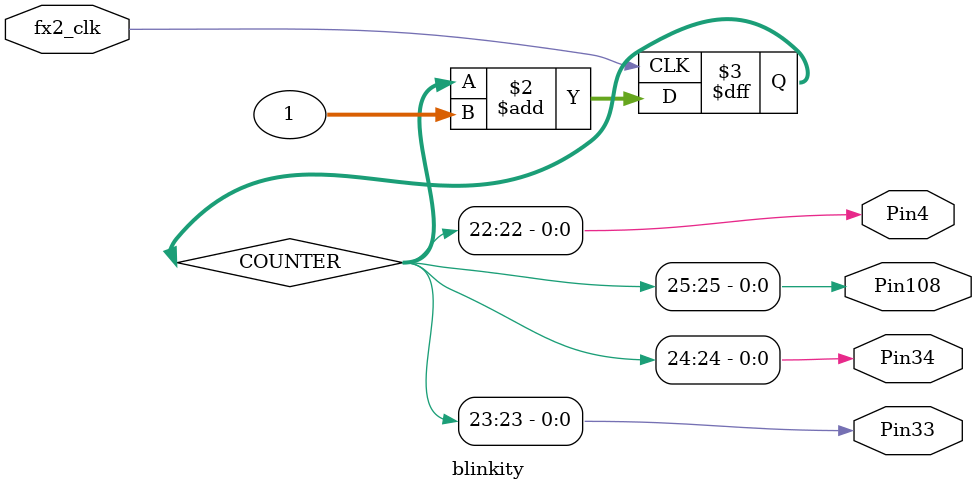
<source format=v>
module blinkity(fx2_clk, Pin4, Pin33, Pin34, Pin108); 

	input fx2_clk;
	output Pin4;
	output Pin33;
	output Pin34;
	output Pin108;
	
	reg [32:0] COUNTER;
	
	always @(posedge fx2_clk)
		begin
			COUNTER <= COUNTER + 32'd1;
		end
	
	assign Pin4 = COUNTER[22];
	assign Pin33 = COUNTER[23];
	assign Pin34 = COUNTER[24];
	assign Pin108 = COUNTER[25];
	
endmodule


</source>
